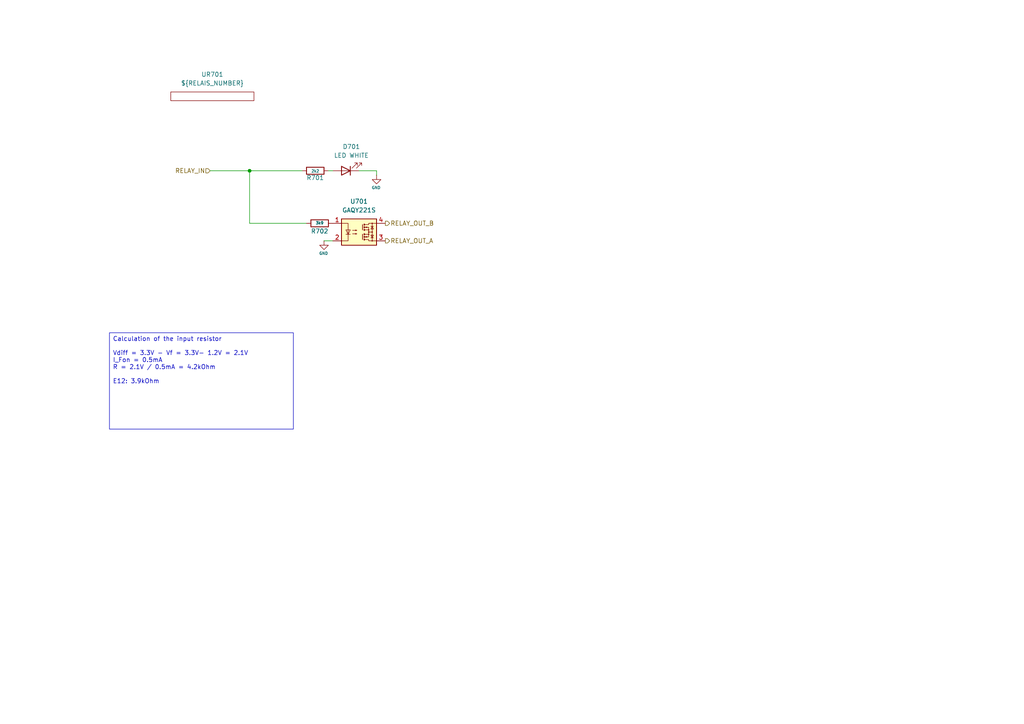
<source format=kicad_sch>
(kicad_sch (version 20231120) (generator "eeschema") (generator_version "8.0")
  (paper "A4")
  (title_block (title "Octoprobe tentacle") (date "2024-07-05") (rev "0.2") (company "Hans Märki, Märki Informatik") (comment 1 "The MIT License (MIT)"))
  (lib_symbols
    (symbol "00_project_library:LED WHITE" (pin_numbers hide) (pin_names (offset 1.016) hide)
      (property "Reference" "D" (at 0 2.54 0))
      (property "Value" "LED WHITE" (at 0 -2.54 0))
      (symbol "LED WHITE_0_1"
        (polyline (pts (xy -1.27 -1.27) (xy -1.27 1.27)) (stroke (width 0.254)))
        (polyline (pts (xy -1.27 0) (xy 1.27 0)))
        (polyline (pts (xy 1.27 -1.27) (xy 1.27 1.27) (xy -1.27 0) (xy 1.27 -1.27)) (stroke (width 0.254)))
        (polyline (pts (xy -3.048 -0.762) (xy -4.572 -2.286) (xy -3.81 -2.286) (xy -4.572 -2.286) (xy -4.572 -1.524)))
        (polyline (pts (xy -1.778 -0.762) (xy -3.302 -2.286) (xy -2.54 -2.286) (xy -3.302 -2.286) (xy -3.302 -1.524)))
      )
      (symbol "LED WHITE_1_1"
        (pin passive line (at -3.81 0 0) (length 2.54) (name "K") (number "1"))
        (pin passive line (at 3.81 0 180) (length 2.54) (name "A") (number "2"))
      )
    )
    (symbol "00_project_library:opctoprobe_relay" (in_bom no)
      (property "Reference" "UR" (at 0 0 0))
      (property "Value" "42" (at 0 0 0))
      (symbol "opctoprobe_relay_0_1"
        (rectangle (start -1.27 1.27) (end 22.86 -1.27))
      )
    )
    (symbol "Device:R" (pin_numbers hide) (pin_names (offset 0))
      (property "Reference" "R" (at 2.032 0 90))
      (property "Value" "R" (at 0 0 90))
      (symbol "R_0_1"
        (rectangle (start -1.016 -2.54) (end 1.016 2.54) (stroke (width 0.254)))
      )
      (symbol "R_1_1"
        (pin passive line (at 0 3.81 270) (length 1.27) (name "~") (number "1"))
        (pin passive line (at 0 -3.81 90) (length 1.27) (name "~") (number "2"))
      )
    )
    (symbol "Relay_SolidState:TLP3123"
      (property "Reference" "U" (at -5.08 5.08 0))
      (property "Value" "TLP3123" (at 0 5.08 0))
      (symbol "TLP3123_0_1"
        (rectangle (start -5.08 3.81) (end 5.08 -3.81) (stroke (width 0.254)) (fill (type background)))
        (polyline (pts (xy -3.81 -0.635) (xy -2.54 -0.635)))
        (polyline (pts (xy 1.016 -0.635) (xy 1.016 -2.159)) (stroke (width 0.2032)))
        (polyline (pts (xy 1.016 2.159) (xy 1.016 0.635)) (stroke (width 0.2032)))
        (polyline (pts (xy 1.524 -0.508) (xy 1.524 -0.762)) (stroke (width 0.3556)))
        (polyline (pts (xy 2.794 0) (xy 3.81 0)))
        (polyline (pts (xy 3.429 -1.651) (xy 4.191 -1.651)))
        (polyline (pts (xy 3.429 1.651) (xy 4.191 1.651)))
        (polyline (pts (xy 3.81 -2.54) (xy 3.81 2.54)))
        (polyline (pts (xy 1.524 -2.032) (xy 1.524 -2.286) (xy 1.524 -2.286)) (stroke (width 0.3556)))
        (polyline (pts (xy 1.524 -1.27) (xy 1.524 -1.524) (xy 1.524 -1.524)) (stroke (width 0.3556)))
        (polyline (pts (xy 1.524 0.762) (xy 1.524 0.508) (xy 1.524 0.508)) (stroke (width 0.3556)))
        (polyline (pts (xy 1.524 1.524) (xy 1.524 1.27) (xy 1.524 1.27)) (stroke (width 0.3556)))
        (polyline (pts (xy 1.524 2.286) (xy 1.524 2.032) (xy 1.524 2.032)) (stroke (width 0.3556)))
        (polyline (pts (xy 1.651 -1.397) (xy 2.794 -1.397) (xy 2.794 -0.635)))
        (polyline (pts (xy 1.651 1.397) (xy 2.794 1.397) (xy 2.794 0.635)))
        (polyline (pts (xy -5.08 2.54) (xy -3.175 2.54) (xy -3.175 -2.54) (xy -5.08 -2.54)))
        (polyline (pts (xy -3.175 -0.635) (xy -3.81 0.635) (xy -2.54 0.635) (xy -3.175 -0.635)))
        (polyline (pts (xy 1.651 -2.159) (xy 2.794 -2.159) (xy 2.794 -2.54) (xy 5.08 -2.54)))
        (polyline (pts (xy 1.651 -0.635) (xy 2.794 -0.635) (xy 2.794 0.635) (xy 1.651 0.635)))
        (polyline (pts (xy 1.651 2.159) (xy 2.794 2.159) (xy 2.794 2.54) (xy 5.08 2.54)))
        (polyline (pts (xy 1.778 -1.397) (xy 2.286 -1.27) (xy 2.286 -1.524) (xy 1.778 -1.397)))
        (polyline (pts (xy 1.778 1.397) (xy 2.286 1.524) (xy 2.286 1.27) (xy 1.778 1.397)))
        (polyline (pts (xy 3.81 -1.651) (xy 3.429 -0.889) (xy 4.191 -0.889) (xy 3.81 -1.651)))
        (polyline (pts (xy 3.81 1.651) (xy 3.429 0.889) (xy 4.191 0.889) (xy 3.81 1.651)))
        (polyline (pts (xy -1.905 -0.508) (xy -0.635 -0.508) (xy -1.016 -0.635) (xy -1.016 -0.381) (xy -0.635 -0.508)))
        (polyline (pts (xy -1.905 0.508) (xy -0.635 0.508) (xy -1.016 0.381) (xy -1.016 0.635) (xy -0.635 0.508)))
        (circle (center 2.794 -0.635) (radius 0.127))
        (circle (center 2.794 0) (radius 0.127))
        (circle (center 2.794 0.635) (radius 0.127))
        (circle (center 3.81 -2.54) (radius 0.127))
        (circle (center 3.81 0) (radius 0.127))
        (circle (center 3.81 2.54) (radius 0.127))
      )
      (symbol "TLP3123_1_1"
        (pin passive line (at -7.62 2.54 0) (length 2.54) (name "~") (number "1"))
        (pin passive line (at -7.62 -2.54 0) (length 2.54) (name "~") (number "2"))
        (pin passive line (at 7.62 -2.54 180) (length 2.54) (name "~") (number "3"))
        (pin passive line (at 7.62 2.54 180) (length 2.54) (name "~") (number "4"))
      )
    )
    (symbol "power:GND" (power) (pin_numbers hide) (pin_names (offset 0) hide)
      (property "Value" "GND" (at 0 -3.81 0))
      (symbol "GND_0_1"
        (polyline (pts (xy 0 0) (xy 0 -1.27) (xy 1.27 -1.27) (xy 0 -2.54) (xy -1.27 -1.27) (xy 0 -1.27)))
      )
      (symbol "GND_1_1"
        (pin power_in line (at 0 0 270) (length 0) (name "~") (number "1"))
      )
    )
  )
  (junction (at 72.39 49.53))
  (wire (pts (xy 96.52 49.53) (xy 95.25 49.53)))
  (wire (pts (xy 93.98 69.85) (xy 96.52 69.85)))
  (wire (pts (xy 104.14 49.53) (xy 109.22 49.53)))
  (wire (pts (xy 109.22 49.53) (xy 109.22 50.8)))
  (wire (pts (xy 72.39 49.53) (xy 87.63 49.53)))
  (wire (pts (xy 60.96 49.53) (xy 72.39 49.53)))
  (wire (pts (xy 72.39 64.77) (xy 72.39 49.53)))
  (wire (pts (xy 88.9 64.77) (xy 72.39 64.77)))
  (text_box "Calculation of the input resistor\n\nVdiff = 3.3V - Vf = 3.3V- 1.2V = 2.1V\nI_Fon = 0.5mA\nR = 2.1V / 0.5mA = 4.2kOhm\n\nE12: 3.9kOhm" (at 31.75 96.52 0) (size 53.34 27.94) (effects (font (size 1.27 1.27)) (justify left top)))
  (hierarchical_label "RELAY_OUT_A" (shape output) (at 111.76 69.85 0))
  (hierarchical_label "RELAY_OUT_B" (shape output) (at 111.76 64.77 0))
  (hierarchical_label "RELAY_IN" (shape input) (at 60.96 49.53 180))
  (symbol (lib_id "Device:R") (at 92.71 64.77 90) (unit 1)
    (property "Reference" "R702" (at 92.71 67.056 90))
    (property "Value" "3k9" (at 92.71 64.6684 90) (effects (font (size 0.8 0.8))))
    (property "Footprint" "Resistor_SMD:R_0402_1005Metric" (effects (hide yes)))
    (instances (project "pcb_octoprobe" (path "" (reference "R702") (unit 1)) (path "" (reference "R402") (unit 1)) (path "" (reference "R302") (unit 1)) (path "" (reference "R502") (unit 1)) (path "" (reference "R602") (unit 1))))
  )
  (symbol (lib_id "Device:R") (at 91.44 49.53 270) (unit 1)
    (property "Reference" "R701" (at 91.44 51.562 90))
    (property "Value" "2k2" (at 91.44 49.6316 90) (effects (font (size 0.8 0.8))))
    (property "Footprint" "Resistor_SMD:R_0402_1005Metric" (effects (hide yes)))
    (instances (project "pcb_octoprobe" (path "" (reference "R701") (unit 1)) (path "" (reference "R401") (unit 1)) (path "" (reference "R301") (unit 1)) (path "" (reference "R501") (unit 1)) (path "" (reference "R601") (unit 1))))
  )
  (symbol (lib_id "00_project_library:opctoprobe_relay") (at 50.8 27.94 0) (unit 1) (in_bom no)
    (property "Reference" "UR701" (at 61.595 21.59 0))
    (property "Value" "${RELAIS_NUMBER}" (at 61.595 24.13 0))
    (property "Footprint" "00_project_library:opctoprobe_relay" (effects (hide yes)))
    (instances (project "pcb_octoprobe" (path "" (reference "UR701") (unit 1)) (path "" (reference "UR401") (unit 1)) (path "" (reference "UR301") (unit 1)) (path "" (reference "UR501") (unit 1)) (path "" (reference "UR601") (unit 1))))
  )
  (symbol (lib_id "00_project_library:LED WHITE") (at 100.33 49.53 180) (unit 1)
    (property "Reference" "D701" (at 101.9175 42.545 0))
    (property "Value" "LED WHITE" (at 101.9175 45.085 0))
    (property "Footprint" "00_project_library:LED_0603_1608Metric" (effects (hide yes)))
    (property "JLC" "C2290" (effects (hide yes)))
    (instances (project "pcb_octoprobe" (path "" (reference "D701") (unit 1)) (path "" (reference "D401") (unit 1)) (path "" (reference "D301") (unit 1)) (path "" (reference "D501") (unit 1)) (path "" (reference "D601") (unit 1))))
  )
  (symbol (lib_id "Relay_SolidState:TLP3123") (at 104.14 67.31 0) (unit 1)
    (property "Reference" "U701" (at 104.14 58.42 0))
    (property "Value" "GAQY221S" (at 104.14 60.96 0))
    (property "Footprint" "Package_SO:SOP-4_3.8x4.1mm_P2.54mm" (effects (hide yes)))
    (property "Datasheet" "https://wmsc.lcsc.com/wmsc/upload/file/pdf/v2/lcsc/2308151358_SUPSiC-GAQY221S_C7435105.pdf" (effects (hide yes)))
    (property "Description" "Solid State Relay (Photo MOSFET) 40V, 1A, 0.1Ohm, SO-4" (effects (hide yes)))
    (property "JLC" "C7435105" (effects (hide yes)))
    (instances (project "pcb_octoprobe" (path "" (reference "U701") (unit 1)) (path "" (reference "U401") (unit 1)) (path "" (reference "U301") (unit 1)) (path "" (reference "U501") (unit 1)) (path "" (reference "U601") (unit 1))))
  )
  (symbol (lib_id "power:GND") (at 109.22 50.8 0) (unit 1)
    (property "Reference" "#PWR0702" (effects (hide yes)))
    (property "Value" "GND" (at 109.093 54.4322 0) (effects (font (size 0.8 0.8))))
    (property "Description" "Power symbol creates a global label with name \"GND\" , ground" (effects (hide yes)))
    (instances (project "pcb_octoprobe" (path "" (reference "#PWR0702") (unit 1)) (path "" (reference "#PWR0402") (unit 1)) (path "" (reference "#PWR0302") (unit 1)) (path "" (reference "#PWR0502") (unit 1)) (path "" (reference "#PWR0602") (unit 1))))
  )
  (symbol (lib_id "power:GND") (at 93.98 69.85 0) (unit 1)
    (property "Reference" "#PWR0701" (effects (hide yes)))
    (property "Value" "GND" (at 93.853 73.4822 0) (effects (font (size 0.8 0.8))))
    (property "Description" "Power symbol creates a global label with name \"GND\" , ground" (effects (hide yes)))
    (instances (project "pcb_octoprobe" (path "" (reference "#PWR0701") (unit 1)) (path "" (reference "#PWR0401") (unit 1)) (path "" (reference "#PWR0301") (unit 1)) (path "" (reference "#PWR0501") (unit 1)) (path "" (reference "#PWR0601") (unit 1))))
  )
)
</source>
